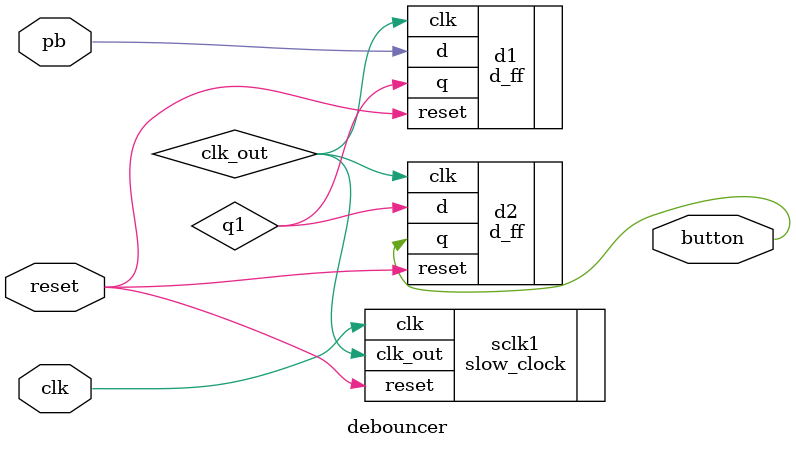
<source format=sv>
`timescale 1ns / 1ps


module debouncer(
    input logic clk,reset,//normal clock
    input logic pb,//push button
    output logic button//output to button
    );
    logic clk_out;
    logic q1;
    
    slow_clock sclk1(.clk(clk),
                       .reset(reset),
                       .clk_out(clk_out));
                       
    d_ff d1(.clk(clk_out),
              .reset(reset),
              .d(pb),
              .q(q1));
              
    d_ff d2(.clk(clk_out),
              .reset(reset),
              .d(q1),
              .q(button));
endmodule

</source>
